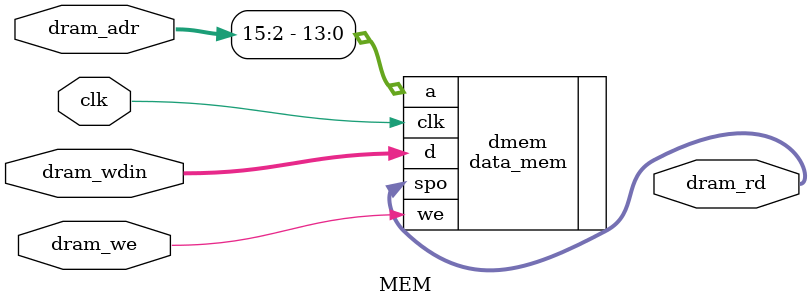
<source format=v>
module MEM (
    input  wire        clk      ,
    input  wire        dram_we  ,
    input  wire [31:0] dram_adr ,
    input  wire [31:0] dram_wdin,

    output wire [31:0] dram_rd
);

// 64KB DRAM 32bit × 65536
data_mem dmem (
    // input
    .clk (clk           ), // input  wire clka
    .we  (dram_we       ), // input  wire [0:0] wea
    .a   (dram_adr[15:2]), // input  wire [13:0] addra
    .d   (dram_wdin     ), // input  wire [31:0] dina
    // output
    .spo (dram_rd       )  // output wire [31:0] douta
);

endmodule

</source>
